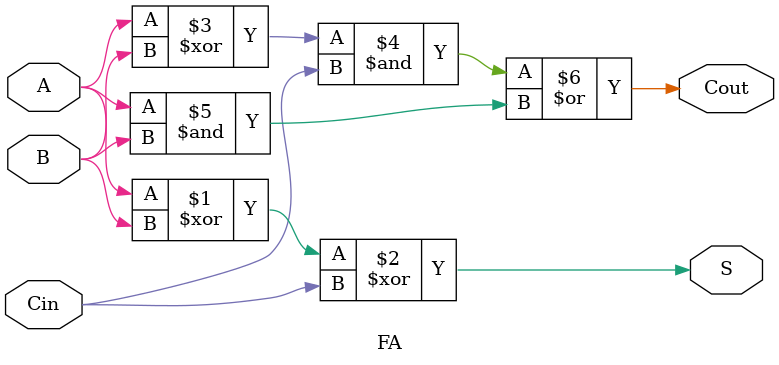
<source format=v>
module FA(
	output S,Cout,
	input A,B,Cin 
);
	
	assign S = A ^ B ^ Cin;
	assign Cout = ((A^B) & Cin) | (A & B);
endmodule
</source>
